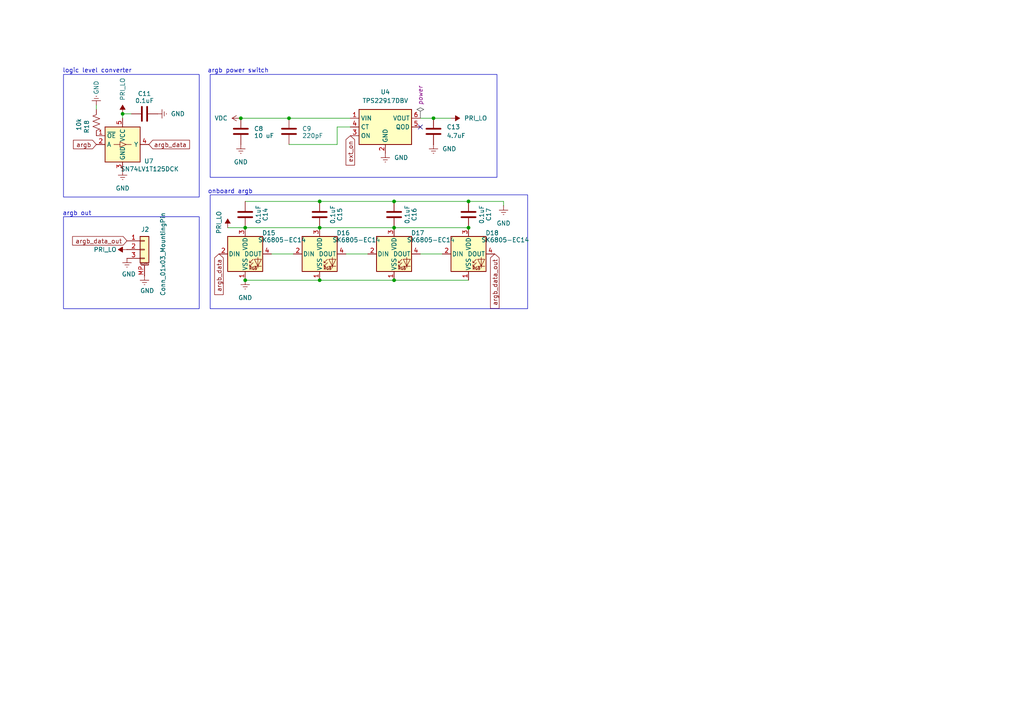
<source format=kicad_sch>
(kicad_sch (version 20231120) (generator "eeschema") (generator_version "8.0")
  (paper "A4")
  (title_block (title "coquette mariposa argb") (date "2025-02-02") (rev "2.0"))
  (lib_symbols
    (symbol "Connector_Generic_MountingPin:Conn_01x03_MountingPin" (pin_names (offset 1.016) hide)
      (property "Reference" "J" (at 0 5.08 0))
      (property "Value" "Conn_01x03_MountingPin" (at 1.27 -5.08 0))
      (symbol "Conn_01x03_MountingPin_1_1"
        (rectangle (start -1.27 -2.413) (end 0 -2.667) (stroke (width 0.1524)))
        (rectangle (start -1.27 0.127) (end 0 -0.127) (stroke (width 0.1524)))
        (rectangle (start -1.27 2.667) (end 0 2.413) (stroke (width 0.1524)))
        (rectangle (start -1.27 3.81) (end 1.27 -3.81) (stroke (width 0.254)) (fill (type background)))
        (polyline (pts (xy -1.016 -4.572) (xy 1.016 -4.572)) (stroke (width 0.1524)))
        (text "Mounting" (at 0 -4.191 0) (effects (font (size 0.381 0.381))))
        (pin passive line (at -5.08 2.54 0) (length 3.81) (name "Pin_1") (number "1"))
        (pin passive line (at -5.08 0 0) (length 3.81) (name "Pin_2") (number "2"))
        (pin passive line (at -5.08 -2.54 0) (length 3.81) (name "Pin_3") (number "3"))
        (pin passive line (at 0 -7.62 90) (length 3.048) (name "MountPin") (number "MP"))
      )
    )
    (symbol "Device:C" (pin_numbers hide) (pin_names (offset 0.254))
      (property "Reference" "C" (at 0.635 2.54 0))
      (property "Value" "C" (at 0.635 -2.54 0))
      (symbol "C_0_1"
        (polyline (pts (xy -2.032 -0.762) (xy 2.032 -0.762)) (stroke (width 0.508)))
        (polyline (pts (xy -2.032 0.762) (xy 2.032 0.762)) (stroke (width 0.508)))
      )
      (symbol "C_1_1"
        (pin passive line (at 0 3.81 270) (length 2.794) (name "~") (number "1"))
        (pin passive line (at 0 -3.81 90) (length 2.794) (name "~") (number "2"))
      )
    )
    (symbol "Device:R_US" (pin_numbers hide) (pin_names (offset 0))
      (property "Reference" "R" (at 2.54 0 90))
      (property "Value" "R_US" (at -2.54 0 90))
      (symbol "R_US_0_1"
        (polyline (pts (xy 0 -2.286) (xy 0 -2.54)))
        (polyline (pts (xy 0 2.286) (xy 0 2.54)))
        (polyline (pts (xy 0 -0.762) (xy 1.016 -1.143) (xy 0 -1.524) (xy -1.016 -1.905) (xy 0 -2.286)))
        (polyline (pts (xy 0 0.762) (xy 1.016 0.381) (xy 0 0) (xy -1.016 -0.381) (xy 0 -0.762)))
        (polyline (pts (xy 0 2.286) (xy 1.016 1.905) (xy 0 1.524) (xy -1.016 1.143) (xy 0 0.762)))
      )
      (symbol "R_US_1_1"
        (pin passive line (at 0 3.81 270) (length 1.27) (name "~") (number "1"))
        (pin passive line (at 0 -3.81 90) (length 1.27) (name "~") (number "2"))
      )
    )
    (symbol "Logic_LevelTranslator:SN74LV1T125DCK"
      (property "Reference" "U" (at 5.08 6.35 0))
      (property "Value" "SN74LV1T125DCK" (at 5.08 3.81 0))
      (symbol "SN74LV1T125DCK_0_1"
        (rectangle (start -5.08 5.08) (end 5.08 -5.08) (stroke (width 0.254)) (fill (type background)))
        (polyline (pts (xy -0.762 0) (xy -2.54 0)))
        (polyline (pts (xy 1.016 0) (xy 2.54 0)))
      )
      (symbol "SN74LV1T125DCK_1_1"
        (polyline (pts (xy -0.762 -0.762) (xy -0.762 0.762) (xy 1.016 0) (xy -0.762 -0.762)))
        (pin input line (at -7.62 2.54 0) (length 2.54) (name "~{OE}") (number "1"))
        (pin input line (at -7.62 0 0) (length 2.54) (name "A") (number "2"))
        (pin power_in line (at 0 -7.62 90) (length 2.54) (name "GND") (number "3"))
        (pin output line (at 7.62 0 180) (length 2.54) (name "Y") (number "4"))
        (pin power_in line (at 0 7.62 270) (length 2.54) (name "VCC") (number "5"))
      )
    )
    (symbol "Power_Management:TPS22917DBV"
      (property "Reference" "U" (at -6.35 6.35 0))
      (property "Value" "TPS22917DBV" (at 2.54 6.35 0))
      (symbol "TPS22917DBV_0_1"
        (rectangle (start -7.62 5.08) (end 7.62 -5.08) (stroke (width 0.254)) (fill (type background)))
      )
      (symbol "TPS22917DBV_1_1"
        (pin power_in line (at -10.16 2.54 0) (length 2.54) (name "VIN") (number "1"))
        (pin power_in line (at 0 -7.62 90) (length 2.54) (name "GND") (number "2"))
        (pin input line (at -10.16 -2.54 0) (length 2.54) (name "ON") (number "3"))
        (pin output line (at -10.16 0 0) (length 2.54) (name "CT") (number "4"))
        (pin open_collector line (at 10.16 0 180) (length 2.54) (name "QOD") (number "5"))
        (pin power_out line (at 10.16 2.54 180) (length 2.54) (name "VOUT") (number "6"))
      )
    )
    (symbol "coquette_symbols:SK6805-EC14" (pin_names (offset 0.254))
      (property "Reference" "D" (at 5.08 5.715 0))
      (property "Value" "SK6805-EC14" (at 1.27 -5.715 0))
      (symbol "SK6805-EC14_0_0"
        (text "RGB" (at 2.286 -4.191 0) (effects (font (size 0.762 0.762))))
      )
      (symbol "SK6805-EC14_0_1"
        (rectangle (start -5.08 5.08) (end 5.08 -5.08) (stroke (width 0.254)) (fill (type background)))
        (polyline (pts (xy 1.27 -3.556) (xy 1.778 -3.556)))
        (polyline (pts (xy 1.27 -2.54) (xy 1.778 -2.54)))
        (polyline (pts (xy 4.699 -3.556) (xy 2.667 -3.556)))
        (polyline (pts (xy 2.286 -2.54) (xy 1.27 -3.556) (xy 1.27 -3.048)))
        (polyline (pts (xy 2.286 -1.524) (xy 1.27 -2.54) (xy 1.27 -2.032)))
        (polyline (pts (xy 3.683 -1.016) (xy 3.683 -3.556) (xy 3.683 -4.064)))
        (polyline (pts (xy 4.699 -1.524) (xy 2.667 -1.524) (xy 3.683 -3.556) (xy 4.699 -1.524)))
      )
      (symbol "SK6805-EC14_1_1"
        (pin power_in line (at 0 -7.62 90) (length 2.54) (name "VSS") (number "1"))
        (pin input line (at -7.62 0 0) (length 2.54) (name "DIN") (number "2"))
        (pin power_in line (at 0 7.62 270) (length 2.54) (name "VDD") (number "3"))
        (pin output line (at 7.62 0 180) (length 2.54) (name "DOUT") (number "4"))
      )
    )
    (symbol "power:Earth" (power) (pin_numbers hide) (pin_names (offset 0) hide)
      (property "Value" "Earth" (at 0 -3.81 0))
      (symbol "Earth_0_1"
        (polyline (pts (xy -0.635 -1.905) (xy 0.635 -1.905)))
        (polyline (pts (xy -0.127 -2.54) (xy 0.127 -2.54)))
        (polyline (pts (xy 0 -1.27) (xy 0 0)))
        (polyline (pts (xy 1.27 -1.27) (xy -1.27 -1.27)))
      )
      (symbol "Earth_1_1"
        (pin power_in line (at 0 0 270) (length 0) (name "~") (number "1"))
      )
    )
    (symbol "power:PRI_LO" (power) (pin_numbers hide) (pin_names (offset 0) hide)
      (property "Value" "PRI_LO" (at 0 3.556 0))
      (symbol "PRI_LO_0_1"
        (polyline (pts (xy 0 0) (xy 0 2.54)))
        (polyline (pts (xy 0.762 1.27) (xy -0.762 1.27) (xy 0 2.54) (xy 0.762 1.27)) (fill (type outline)))
      )
      (symbol "PRI_LO_1_1"
        (pin power_in line (at 0 0 90) (length 0) (name "~") (number "1"))
      )
    )
    (symbol "power:VDC" (power) (pin_numbers hide) (pin_names (offset 0) hide)
      (property "Value" "VDC" (at 0 3.556 0))
      (symbol "VDC_0_1"
        (polyline (pts (xy -0.762 1.27) (xy 0 2.54)))
        (polyline (pts (xy 0 0) (xy 0 2.54)))
        (polyline (pts (xy 0 2.54) (xy 0.762 1.27)))
      )
      (symbol "VDC_1_1"
        (pin power_in line (at 0 0 90) (length 0) (name "~") (number "1"))
      )
    )
  )
  (junction (at 114.3 66.04))
  (junction (at 69.85 34.29))
  (junction (at 92.71 58.42))
  (junction (at 71.12 81.28))
  (junction (at 35.56 33.02))
  (junction (at 125.73 34.29))
  (junction (at 92.71 66.04))
  (junction (at 135.89 58.42))
  (junction (at 92.71 81.28))
  (junction (at 83.82 34.29))
  (junction (at 114.3 58.42))
  (junction (at 114.3 81.28))
  (junction (at 135.89 66.04))
  (junction (at 71.12 66.04))
  (no_connect (at 121.92 36.83))
  (wire (pts (xy 71.12 81.28) (xy 92.71 81.28)))
  (wire (pts (xy 114.3 58.42) (xy 135.89 58.42)))
  (wire (pts (xy 101.6 36.83) (xy 97.79 36.83)))
  (wire (pts (xy 92.71 81.28) (xy 114.3 81.28)))
  (wire (pts (xy 121.92 73.66) (xy 128.27 73.66)))
  (wire (pts (xy 92.71 58.42) (xy 114.3 58.42)))
  (wire (pts (xy 100.33 73.66) (xy 106.68 73.66)))
  (wire (pts (xy 38.1 33.02) (xy 35.56 33.02)))
  (wire (pts (xy 125.73 34.29) (xy 121.92 34.29)))
  (wire (pts (xy 114.3 66.04) (xy 135.89 66.04)))
  (wire (pts (xy 130.81 34.29) (xy 125.73 34.29)))
  (wire (pts (xy 27.94 31.75) (xy 27.94 30.48)))
  (wire (pts (xy 97.79 36.83) (xy 97.79 41.91)))
  (wire (pts (xy 146.05 58.42) (xy 135.89 58.42)))
  (wire (pts (xy 83.82 34.29) (xy 101.6 34.29)))
  (wire (pts (xy 146.05 59.69) (xy 146.05 58.42)))
  (wire (pts (xy 35.56 33.02) (xy 35.56 34.29)))
  (wire (pts (xy 71.12 66.04) (xy 92.71 66.04)))
  (wire (pts (xy 114.3 81.28) (xy 135.89 81.28)))
  (wire (pts (xy 71.12 58.42) (xy 92.71 58.42)))
  (wire (pts (xy 92.71 66.04) (xy 114.3 66.04)))
  (wire (pts (xy 66.04 66.04) (xy 71.12 66.04)))
  (wire (pts (xy 97.79 41.91) (xy 83.82 41.91)))
  (wire (pts (xy 78.74 73.66) (xy 85.09 73.66)))
  (wire (pts (xy 69.85 34.29) (xy 83.82 34.29)))
  (rectangle (start 18.415 62.865) (end 57.785 89.535))
  (rectangle (start 18.415 21.59) (end 57.785 57.15))
  (rectangle (start 60.96 56.515) (end 153.035 89.535))
  (rectangle (start 60.96 21.59) (end 144.145 51.435))
  (text "onboard argb\n" (at 66.802 55.626 0) (effects (font (size 1.27 1.27))))
  (text "argb power switch" (at 69.088 20.574 0) (effects (font (size 1.27 1.27))))
  (text "logic level converter\n" (at 28.194 20.574 0) (effects (font (size 1.27 1.27))))
  (text "argb out\n" (at 22.352 61.976 0) (effects (font (size 1.27 1.27))))
  (global_label "argb_data" (shape input) (at 63.5 73.66 270) (property "Intersheetrefs" "${INTERSHEET_REFS}" (effects (hide yes))))
  (global_label "argb" (shape input) (at 27.94 41.91 180) (property "Intersheetrefs" "${INTERSHEET_REFS}" (effects (hide yes))))
  (global_label "argb_data_out" (shape input) (at 143.51 73.66 270) (property "Intersheetrefs" "${INTERSHEET_REFS}" (effects (hide yes))))
  (global_label "argb_data" (shape input) (at 43.18 41.91 0) (property "Intersheetrefs" "${INTERSHEET_REFS}" (effects (hide yes))))
  (global_label "argb_data_out" (shape input) (at 36.83 69.85 180) (property "Intersheetrefs" "${INTERSHEET_REFS}" (effects (hide yes))))
  (global_label "ext_on" (shape input) (at 101.6 39.37 270) (property "Intersheetrefs" "${INTERSHEET_REFS}" (effects (hide yes))))
  (netclass_flag "" (length 2.54) (shape diamond) (at 121.92 34.29 0) (property "Netclass" "power" (at 121.92 30.48 90) (effects (font (italic yes)) (justify left))))
  (symbol (lib_id "power:Earth") (at 69.85 41.91 0) (unit 1)
    (property "Reference" "#PWR023" (effects (hide yes)))
    (property "Value" "GND" (at 69.85 46.99 0))
    (property "Description" "Power symbol creates a global label with name \"Earth\"" (effects (hide yes)))
  )
  (symbol (lib_id "coquette_symbols:SK6805-EC14") (at 114.3 73.66 0) (unit 1)
    (property "Reference" "D17" (at 121.158 67.564 0))
    (property "Value" "SK6805-EC14" (at 124.968 69.596 0))
    (property "Footprint" "coquette_footprints:SK6805-EC14" (effects (hide yes)))
    (property "Datasheet" "https://cdn-shop.adafruit.com/product-files/3484/3484_Datasheet.pdf" (effects (hide yes)))
    (property "Description" "RGB LED with integrated controller" (effects (hide yes)))
  )
  (symbol (lib_id "power:Earth") (at 36.83 74.93 0) (unit 1)
    (property "Reference" "#PWR014" (effects (hide yes)))
    (property "Value" "GND" (at 35.306 79.502 0) (effects (justify left)))
    (property "Description" "Power symbol creates a global label with name \"Earth\"" (effects (hide yes)))
  )
  (symbol (lib_id "power:Earth") (at 35.56 49.53 0) (unit 1)
    (property "Reference" "#PWR0109" (effects (hide yes)))
    (property "Value" "GND" (at 35.56 54.61 0))
    (property "Description" "Power symbol creates a global label with name \"Earth\"" (effects (hide yes)))
  )
  (symbol (lib_id "power:Earth") (at 146.05 59.69 0) (unit 1)
    (property "Reference" "#PWR0114" (effects (hide yes)))
    (property "Value" "GND" (at 146.05 64.77 0))
    (property "Description" "Power symbol creates a global label with name \"Earth\"" (effects (hide yes)))
  )
  (symbol (lib_id "Device:C") (at 69.85 38.1 0) (unit 1)
    (property "Reference" "C8" (at 73.66 37.338 0) (effects (justify left)))
    (property "Value" "10 uF" (at 73.66 39.3699 0) (effects (justify left)))
    (property "Footprint" "Capacitor_SMD:C_0603_1608Metric" (effects (hide yes)))
    (property "Description" "Unpolarized capacitor" (effects (hide yes)))
  )
  (symbol (lib_id "power:Earth") (at 27.94 30.48 180) (unit 1)
    (property "Reference" "#PWR093" (effects (hide yes)))
    (property "Value" "GND" (at 27.94 25.4 90))
    (property "Description" "Power symbol creates a global label with name \"Earth\"" (effects (hide yes)))
  )
  (symbol (lib_id "power:VDC") (at 69.85 34.29 90) (unit 1)
    (property "Reference" "#PWR02" (effects (hide yes)))
    (property "Value" "VDC" (at 66.04 34.2899 90) (effects (justify left)))
    (property "Description" "Power symbol creates a global label with name \"VDC\"" (effects (hide yes)))
  )
  (symbol (lib_id "Device:C") (at 125.73 38.1 0) (unit 1)
    (property "Reference" "C13" (at 129.54 36.8299 0) (effects (justify left)))
    (property "Value" "4.7uF" (at 129.54 39.3699 0) (effects (justify left)))
    (property "Footprint" "Capacitor_SMD:C_0603_1608Metric" (effects (hide yes)))
    (property "Description" "Unpolarized capacitor" (effects (hide yes)))
  )
  (symbol (lib_id "power:PRI_LO") (at 36.83 72.39 90) (mirror x) (unit 1)
    (property "Reference" "#PWR05" (effects (hide yes)))
    (property "Value" "PRI_LO" (at 30.48 72.39 90))
    (property "Description" "Power symbol creates a global label with name \"PRI_LO\"" (effects (hide yes)))
  )
  (symbol (lib_id "power:Earth") (at 125.73 41.91 0) (unit 1)
    (property "Reference" "#PWR0111" (effects (hide yes)))
    (property "Value" "GND" (at 128.27 43.1799 0) (effects (justify left)))
    (property "Description" "Power symbol creates a global label with name \"Earth\"" (effects (hide yes)))
  )
  (symbol (lib_id "Device:C") (at 71.12 62.23 0) (mirror y) (unit 1)
    (property "Reference" "C14" (at 76.962 62.23 90))
    (property "Value" "0.1uF" (at 74.93 62.23 90))
    (property "Footprint" "Capacitor_SMD:C_0402_1005Metric" (effects (hide yes)))
    (property "Description" "Unpolarized capacitor" (effects (hide yes)))
  )
  (symbol (lib_id "Device:C") (at 114.3 62.23 0) (mirror y) (unit 1)
    (property "Reference" "C16" (at 120.142 62.23 90))
    (property "Value" "0.1uF" (at 118.11 62.23 90))
    (property "Footprint" "Capacitor_SMD:C_0402_1005Metric" (effects (hide yes)))
    (property "Description" "Unpolarized capacitor" (effects (hide yes)))
  )
  (symbol (lib_id "power:Earth") (at 111.76 44.45 0) (unit 1)
    (property "Reference" "#PWR092" (effects (hide yes)))
    (property "Value" "GND" (at 114.3 45.7199 0) (effects (justify left)))
    (property "Description" "Power symbol creates a global label with name \"Earth\"" (effects (hide yes)))
  )
  (symbol (lib_id "Device:C") (at 83.82 38.1 0) (unit 1)
    (property "Reference" "C9" (at 87.63 37.338 0) (effects (justify left)))
    (property "Value" "220pF" (at 87.63 39.3699 0) (effects (justify left)))
    (property "Footprint" "Capacitor_SMD:C_0603_1608Metric" (effects (hide yes)))
    (property "Description" "Unpolarized capacitor" (effects (hide yes)))
  )
  (symbol (lib_id "Logic_LevelTranslator:SN74LV1T125DCK") (at 35.56 41.91 0) (unit 1)
    (property "Reference" "U7" (at 43.18 46.736 0))
    (property "Value" "SN74LV1T125DCK" (at 43.434 49.022 0))
    (property "Footprint" "coquette_footprints:SN74LV1T125DCK" (effects (hide yes)))
    (property "Datasheet" "https://www.ti.com/lit/ds/symlink/sn74lv1t125.pdf" (effects (hide yes)))
    (property "Description" "Single Power Supply, Single Buffer Gate with 3-State Output, CMOS Logic Level Shifter Level Shifter, SC70-5" (effects (hide yes)))
  )
  (symbol (lib_id "power:PRI_LO") (at 66.04 66.04 0) (unit 1)
    (property "Reference" "#PWR0112" (effects (hide yes)))
    (property "Value" "PRI_LO" (at 63.5 64.516 90))
    (property "Description" "Power symbol creates a global label with name \"PRI_LO\"" (effects (hide yes)))
  )
  (symbol (lib_id "power:Earth") (at 71.12 81.28 0) (unit 1)
    (property "Reference" "#PWR0113" (effects (hide yes)))
    (property "Value" "GND" (at 71.12 86.36 0))
    (property "Description" "Power symbol creates a global label with name \"Earth\"" (effects (hide yes)))
  )
  (symbol (lib_id "Device:C") (at 92.71 62.23 0) (mirror y) (unit 1)
    (property "Reference" "C15" (at 98.552 62.23 90))
    (property "Value" "0.1uF" (at 96.52 62.23 90))
    (property "Footprint" "Capacitor_SMD:C_0402_1005Metric" (effects (hide yes)))
    (property "Description" "Unpolarized capacitor" (effects (hide yes)))
  )
  (symbol (lib_id "Device:C") (at 135.89 62.23 0) (mirror y) (unit 1)
    (property "Reference" "C17" (at 141.732 62.23 90))
    (property "Value" "0.1uF" (at 139.7 62.23 90))
    (property "Footprint" "Capacitor_SMD:C_0402_1005Metric" (effects (hide yes)))
    (property "Description" "Unpolarized capacitor" (effects (hide yes)))
  )
  (symbol (lib_id "Connector_Generic_MountingPin:Conn_01x03_MountingPin") (at 41.91 72.39 0) (unit 1)
    (property "Reference" "J2" (at 40.894 66.548 0) (effects (justify left)))
    (property "Value" "Conn_01x03_MountingPin" (at 47.244 85.852 90) (effects (justify left)))
    (property "Footprint" "Connector_JST:JST_SH_SM03B-SRSS-TB_1x03-1MP_P1.00mm_Horizontal" (effects (hide yes)))
    (property "Description" "Generic connectable mounting pin connector, single row, 01x03, script generated (kicad-library-utils/schlib/autogen/connector/)" (effects (hide yes)))
  )
  (symbol (lib_id "coquette_symbols:SK6805-EC14") (at 135.89 73.66 0) (unit 1)
    (property "Reference" "D18" (at 142.748 67.564 0))
    (property "Value" "SK6805-EC14" (at 146.558 69.596 0))
    (property "Footprint" "coquette_footprints:SK6805-EC14" (effects (hide yes)))
    (property "Datasheet" "https://cdn-shop.adafruit.com/product-files/3484/3484_Datasheet.pdf" (effects (hide yes)))
    (property "Description" "RGB LED with integrated controller" (effects (hide yes)))
  )
  (symbol (lib_id "power:Earth") (at 45.72 33.02 90) (unit 1)
    (property "Reference" "#PWR053" (effects (hide yes)))
    (property "Value" "GND" (at 49.53 33.0199 90) (effects (justify right)))
    (property "Description" "Power symbol creates a global label with name \"Earth\"" (effects (hide yes)))
  )
  (symbol (lib_id "coquette_symbols:SK6805-EC14") (at 92.71 73.66 0) (unit 1)
    (property "Reference" "D16" (at 99.568 67.564 0))
    (property "Value" "SK6805-EC14" (at 103.378 69.596 0))
    (property "Footprint" "coquette_footprints:SK6805-EC14" (effects (hide yes)))
    (property "Datasheet" "https://cdn-shop.adafruit.com/product-files/3484/3484_Datasheet.pdf" (effects (hide yes)))
    (property "Description" "RGB LED with integrated controller" (effects (hide yes)))
  )
  (symbol (lib_id "power:PRI_LO") (at 35.56 33.02 0) (mirror y) (unit 1)
    (property "Reference" "#PWR094" (effects (hide yes)))
    (property "Value" "PRI_LO" (at 35.5601 29.21 90) (effects (justify left)))
    (property "Description" "Power symbol creates a global label with name \"PRI_LO\"" (effects (hide yes)))
  )
  (symbol (lib_id "coquette_symbols:SK6805-EC14") (at 71.12 73.66 0) (unit 1)
    (property "Reference" "D15" (at 77.978 67.564 0))
    (property "Value" "SK6805-EC14" (at 81.788 69.596 0))
    (property "Footprint" "coquette_footprints:SK6805-EC14" (effects (hide yes)))
    (property "Description" "RGB LED with integrated controller" (effects (hide yes)))
  )
  (symbol (lib_id "Device:C") (at 41.91 33.02 90) (mirror x) (unit 1)
    (property "Reference" "C11" (at 41.91 27.178 90))
    (property "Value" "0.1uF" (at 41.91 29.21 90))
    (property "Footprint" "Capacitor_SMD:C_0402_1005Metric" (effects (hide yes)))
    (property "Description" "Unpolarized capacitor" (effects (hide yes)))
  )
  (symbol (lib_id "Device:R_US") (at 27.94 35.56 0) (mirror y) (unit 1)
    (property "Reference" "R18" (at 25.146 34.798 90) (effects (justify right)))
    (property "Value" "10k" (at 22.86 34.29 90) (effects (justify right)))
    (property "Footprint" "Resistor_SMD:R_0603_1608Metric" (effects (hide yes)))
    (property "Description" "Resistor, US symbol" (effects (hide yes)))
  )
  (symbol (lib_id "power:Earth") (at 41.91 80.01 0) (unit 1)
    (property "Reference" "#PWR062" (effects (hide yes)))
    (property "Value" "GND" (at 40.64 84.328 0) (effects (justify left)))
    (property "Description" "Power symbol creates a global label with name \"Earth\"" (effects (hide yes)))
  )
  (symbol (lib_id "power:PRI_LO") (at 130.81 34.29 270) (unit 1)
    (property "Reference" "#PWR0110" (effects (hide yes)))
    (property "Value" "PRI_LO" (at 134.62 34.2899 90) (effects (justify left)))
    (property "Description" "Power symbol creates a global label with name \"PRI_LO\"" (effects (hide yes)))
  )
  (symbol (lib_id "Power_Management:TPS22917DBV") (at 111.76 36.83 0) (unit 1)
    (property "Reference" "U4" (at 111.76 26.67 0))
    (property "Value" "TPS22917DBV" (at 111.76 29.21 0))
    (property "Footprint" "coquette_footprints:TPS22917DBV" (effects (hide yes)))
    (property "Datasheet" "http://www.ti.com/lit/ds/symlink/tps22917.pdf" (effects (hide yes)))
    (property "Description" "1V to 5.5V, 2A, 80mΩ Ultra-Low Leakage Load Switch, SOT23-6" (effects (hide yes)))
  )
)
</source>
